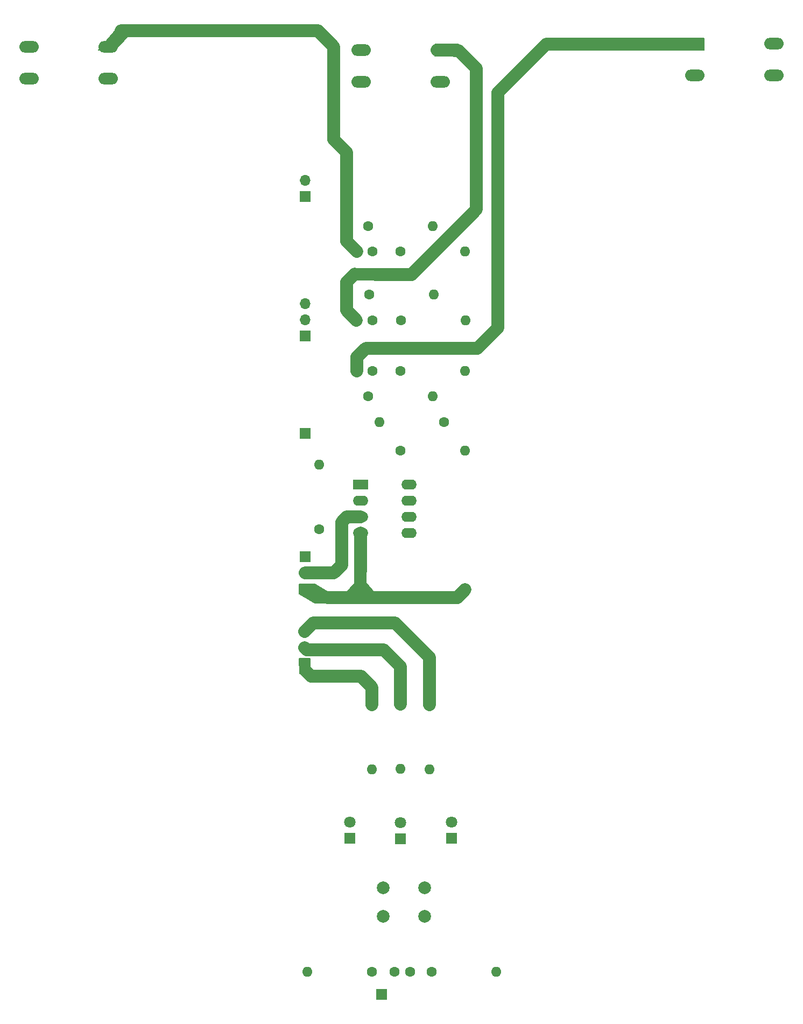
<source format=gbr>
%TF.GenerationSoftware,KiCad,Pcbnew,(6.0.2)*%
%TF.CreationDate,2023-10-08T18:38:51+02:00*%
%TF.ProjectId,kierownica,6b696572-6f77-46e6-9963-612e6b696361,rev?*%
%TF.SameCoordinates,Original*%
%TF.FileFunction,Copper,L1,Top*%
%TF.FilePolarity,Positive*%
%FSLAX46Y46*%
G04 Gerber Fmt 4.6, Leading zero omitted, Abs format (unit mm)*
G04 Created by KiCad (PCBNEW (6.0.2)) date 2023-10-08 18:38:51*
%MOMM*%
%LPD*%
G01*
G04 APERTURE LIST*
%TA.AperFunction,NonConductor*%
%ADD10C,0.200000*%
%TD*%
%TA.AperFunction,NonConductor*%
%ADD11C,0.150000*%
%TD*%
%TA.AperFunction,ComponentPad*%
%ADD12C,2.000000*%
%TD*%
%TA.AperFunction,ComponentPad*%
%ADD13C,1.600000*%
%TD*%
%TA.AperFunction,ComponentPad*%
%ADD14O,1.600000X1.600000*%
%TD*%
%TA.AperFunction,ComponentPad*%
%ADD15R,1.700000X1.700000*%
%TD*%
%TA.AperFunction,ComponentPad*%
%ADD16O,3.048000X1.850000*%
%TD*%
%TA.AperFunction,ComponentPad*%
%ADD17O,1.700000X1.700000*%
%TD*%
%TA.AperFunction,ComponentPad*%
%ADD18R,1.800000X1.800000*%
%TD*%
%TA.AperFunction,ComponentPad*%
%ADD19C,1.800000*%
%TD*%
%TA.AperFunction,ComponentPad*%
%ADD20R,2.400000X1.600000*%
%TD*%
%TA.AperFunction,ComponentPad*%
%ADD21O,2.400000X1.600000*%
%TD*%
%TA.AperFunction,ViaPad*%
%ADD22C,1.600000*%
%TD*%
%TA.AperFunction,Conductor*%
%ADD23C,2.000000*%
%TD*%
G04 APERTURE END LIST*
D10*
X151860000Y-102900000D02*
X146860000Y-102900000D01*
X146860000Y-102900000D02*
X146860000Y-104700000D01*
X146860000Y-104700000D02*
X151860000Y-104700000D01*
X151860000Y-104700000D02*
X151860000Y-102900000D01*
G36*
X151860000Y-102900000D02*
G01*
X146860000Y-102900000D01*
X146860000Y-104700000D01*
X151860000Y-104700000D01*
X151860000Y-102900000D01*
G37*
X159920000Y-67610000D02*
X163580000Y-67610000D01*
X163580000Y-67610000D02*
X163580000Y-69490000D01*
X163580000Y-69490000D02*
X159920000Y-69490000D01*
X159920000Y-69490000D02*
X159920000Y-67610000D01*
G36*
X159920000Y-67610000D02*
G01*
X163580000Y-67610000D01*
X163580000Y-69490000D01*
X159920000Y-69490000D01*
X159920000Y-67610000D01*
G37*
X140240000Y-164180000D02*
X140240000Y-166650000D01*
X140240000Y-166650000D02*
X138590000Y-166530000D01*
X138590000Y-166530000D02*
X138520000Y-164170000D01*
X138520000Y-164170000D02*
X140240000Y-164180000D01*
G36*
X140240000Y-164180000D02*
G01*
X140240000Y-166650000D01*
X138590000Y-166530000D01*
X138520000Y-164170000D01*
X140240000Y-164180000D01*
G37*
X140240000Y-164180000D02*
X140240000Y-166650000D01*
X138590000Y-166530000D01*
X138520000Y-164170000D01*
X140240000Y-164180000D01*
X150796447Y-154349746D02*
X145496447Y-154349746D01*
X145496447Y-154349746D02*
X148196447Y-151349746D01*
X148196447Y-151349746D02*
X150796447Y-154349746D01*
G36*
X150796447Y-154349746D02*
G01*
X145496447Y-154349746D01*
X148196447Y-151349746D01*
X150796447Y-154349746D01*
G37*
X150796447Y-154349746D02*
X145496447Y-154349746D01*
X148196447Y-151349746D01*
X150796447Y-154349746D01*
D11*
X143500000Y-154000000D02*
X143500000Y-155500000D01*
X143500000Y-155500000D02*
X141000000Y-155500000D01*
X141000000Y-155500000D02*
X138500000Y-154000000D01*
X138500000Y-154000000D02*
X138500000Y-152500000D01*
X138500000Y-152500000D02*
X141000000Y-152500000D01*
X141000000Y-152500000D02*
X143500000Y-154000000D01*
G36*
X143500000Y-154000000D02*
G01*
X143500000Y-155500000D01*
X141000000Y-155500000D01*
X138500000Y-154000000D01*
X138500000Y-152500000D01*
X141000000Y-152500000D01*
X143500000Y-154000000D01*
G37*
X143500000Y-154000000D02*
X143500000Y-155500000D01*
X141000000Y-155500000D01*
X138500000Y-154000000D01*
X138500000Y-152500000D01*
X141000000Y-152500000D01*
X143500000Y-154000000D01*
D10*
X196600000Y-66690000D02*
X202200000Y-66690000D01*
X202200000Y-66690000D02*
X202200000Y-68490000D01*
X202200000Y-68490000D02*
X196600000Y-68490000D01*
X196600000Y-68490000D02*
X196600000Y-66690000D01*
G36*
X196600000Y-66690000D02*
G01*
X202200000Y-66690000D01*
X202200000Y-68490000D01*
X196600000Y-68490000D01*
X196600000Y-66690000D01*
G37*
X147275000Y-149475000D02*
X149075000Y-149475000D01*
X149075000Y-149475000D02*
X149075000Y-154625000D01*
X149075000Y-154625000D02*
X147275000Y-154625000D01*
X147275000Y-154625000D02*
X147275000Y-149475000D01*
G36*
X147275000Y-149475000D02*
G01*
X149075000Y-149475000D01*
X149075000Y-154625000D01*
X147275000Y-154625000D01*
X147275000Y-149475000D01*
G37*
X109500000Y-68500000D02*
X107000000Y-68500000D01*
X107000000Y-68500000D02*
X110000000Y-65000000D01*
X110000000Y-65000000D02*
X113000000Y-65000000D01*
X113000000Y-65000000D02*
X109500000Y-68500000D01*
G36*
X109500000Y-68500000D02*
G01*
X107000000Y-68500000D01*
X110000000Y-65000000D01*
X113000000Y-65000000D01*
X109500000Y-68500000D01*
G37*
X109500000Y-68500000D02*
X107000000Y-68500000D01*
X110000000Y-65000000D01*
X113000000Y-65000000D01*
X109500000Y-68500000D01*
D12*
%TO.P,SW3,1,1*%
%TO.N,GND*%
X151750000Y-200250000D03*
X158250000Y-200250000D03*
%TO.P,SW3,2,2*%
%TO.N,unconnected-(SW3-Pad2)*%
X151750000Y-204750000D03*
X158250000Y-204750000D03*
%TD*%
D13*
%TO.P,R2,1*%
%TO.N,Net-(C1-Pad2)*%
X154500000Y-119000000D03*
D14*
%TO.P,R2,2*%
%TO.N,GND*%
X164660000Y-119000000D03*
%TD*%
D15*
%TO.P,J1,1,Pin_1*%
%TO.N,Net-(C4-Pad1)*%
X151500000Y-217000000D03*
%TD*%
D13*
%TO.P,R6,1*%
%TO.N,Net-(C3-Pad2)*%
X154500000Y-100200000D03*
D14*
%TO.P,R6,2*%
%TO.N,GND*%
X164660000Y-100200000D03*
%TD*%
D16*
%TO.P,SW4,1,1*%
%TO.N,GND*%
X160760000Y-68500000D03*
X148260000Y-68500000D03*
%TO.P,SW4,2,2*%
%TO.N,unconnected-(SW4-Pad2)*%
X148260000Y-73500000D03*
X160760000Y-73500000D03*
%TD*%
D13*
%TO.P,R10,1*%
%TO.N,Net-(J3-Pad2)*%
X154500000Y-171420000D03*
D14*
%TO.P,R10,2*%
%TO.N,Net-(D2-Pad2)*%
X154500000Y-181580000D03*
%TD*%
D13*
%TO.P,R3,1*%
%TO.N,Net-(C2-Pad1)*%
X149520000Y-107000000D03*
D14*
%TO.P,R3,2*%
%TO.N,+3V3*%
X159680000Y-107000000D03*
%TD*%
D15*
%TO.P,J3,1,Pin_1*%
%TO.N,Net-(J3-Pad1)*%
X139375000Y-165025000D03*
D17*
%TO.P,J3,2,Pin_2*%
%TO.N,Net-(J3-Pad2)*%
X139375000Y-162485000D03*
%TO.P,J3,3,Pin_3*%
%TO.N,Net-(J3-Pad3)*%
X139375000Y-159945000D03*
%TD*%
D15*
%TO.P,J2,1,Pin_1*%
%TO.N,Net-(C1-Pad1)*%
X139500000Y-113500000D03*
D17*
%TO.P,J2,2,Pin_2*%
%TO.N,Net-(C2-Pad1)*%
X139500000Y-110960000D03*
%TO.P,J2,3,Pin_3*%
%TO.N,Net-(C3-Pad1)*%
X139500000Y-108420000D03*
%TD*%
D13*
%TO.P,R13,1*%
%TO.N,Net-(R12-Pad2)*%
X154420000Y-131500000D03*
D14*
%TO.P,R13,2*%
%TO.N,GND*%
X164580000Y-131500000D03*
%TD*%
D13*
%TO.P,R14,1*%
%TO.N,+3V3*%
X141710000Y-143870000D03*
D14*
%TO.P,R14,2*%
%TO.N,Net-(J6-Pad1)*%
X141710000Y-133710000D03*
%TD*%
D13*
%TO.P,R9,1*%
%TO.N,Net-(J3-Pad1)*%
X150000000Y-171500000D03*
D14*
%TO.P,R9,2*%
%TO.N,Net-(D1-Pad2)*%
X150000000Y-181660000D03*
%TD*%
D13*
%TO.P,C3,1*%
%TO.N,Net-(C3-Pad1)*%
X147580000Y-100200000D03*
%TO.P,C3,2*%
%TO.N,Net-(C3-Pad2)*%
X150080000Y-100200000D03*
%TD*%
D16*
%TO.P,SW1,1,1*%
%TO.N,GND*%
X108500000Y-68000000D03*
X96000000Y-68000000D03*
%TO.P,SW1,2,2*%
%TO.N,unconnected-(SW1-Pad2)*%
X108500000Y-73000000D03*
X96000000Y-73000000D03*
%TD*%
D18*
%TO.P,D1,1,K*%
%TO.N,GND*%
X146500000Y-192500000D03*
D19*
%TO.P,D1,2,A*%
%TO.N,Net-(D1-Pad2)*%
X146500000Y-189960000D03*
%TD*%
D13*
%TO.P,R11,1*%
%TO.N,Net-(J3-Pad3)*%
X159000000Y-171500000D03*
D14*
%TO.P,R11,2*%
%TO.N,Net-(D3-Pad2)*%
X159000000Y-181660000D03*
%TD*%
D20*
%TO.P,U1,1*%
%TO.N,Net-(J6-Pad1)*%
X148175000Y-136880000D03*
D21*
%TO.P,U1,2,-*%
%TO.N,Net-(R12-Pad2)*%
X148175000Y-139420000D03*
%TO.P,U1,3,+*%
%TO.N,Net-(J4-Pad2)*%
X148175000Y-141960000D03*
%TO.P,U1,4*%
%TO.N,N/C*%
X148175000Y-144500000D03*
%TO.P,U1,5*%
X155795000Y-144500000D03*
%TO.P,U1,6*%
X155795000Y-141960000D03*
%TO.P,U1,7*%
X155795000Y-139420000D03*
%TO.P,U1,8*%
X155795000Y-136880000D03*
%TD*%
D13*
%TO.P,R5,1*%
%TO.N,Net-(C3-Pad1)*%
X149420000Y-96200000D03*
D14*
%TO.P,R5,2*%
%TO.N,+3V3*%
X159580000Y-96200000D03*
%TD*%
D15*
%TO.P,J4,1,Pin_1*%
%TO.N,+3V3*%
X139500000Y-148200000D03*
D17*
%TO.P,J4,2,Pin_2*%
%TO.N,Net-(J4-Pad2)*%
X139500000Y-150740000D03*
%TO.P,J4,3,Pin_3*%
%TO.N,GND*%
X139500000Y-153280000D03*
%TD*%
D13*
%TO.P,R12,1*%
%TO.N,+3V3*%
X161280000Y-127000000D03*
D14*
%TO.P,R12,2*%
%TO.N,Net-(R12-Pad2)*%
X151120000Y-127000000D03*
%TD*%
D13*
%TO.P,C4,1*%
%TO.N,Net-(C4-Pad1)*%
X153500000Y-213500000D03*
%TO.P,C4,2*%
%TO.N,Net-(C4-Pad2)*%
X156000000Y-213500000D03*
%TD*%
%TO.P,C1,1*%
%TO.N,Net-(C1-Pad1)*%
X147580000Y-119000000D03*
%TO.P,C1,2*%
%TO.N,Net-(C1-Pad2)*%
X150080000Y-119000000D03*
%TD*%
%TO.P,R7,1*%
%TO.N,Net-(C4-Pad1)*%
X150000000Y-213500000D03*
D14*
%TO.P,R7,2*%
%TO.N,+3V3*%
X139840000Y-213500000D03*
%TD*%
D15*
%TO.P,J6,1,Pin_1*%
%TO.N,Net-(J6-Pad1)*%
X139500000Y-128800000D03*
%TD*%
D18*
%TO.P,D3,1,K*%
%TO.N,GND*%
X162500000Y-192500000D03*
D19*
%TO.P,D3,2,A*%
%TO.N,Net-(D3-Pad2)*%
X162500000Y-189960000D03*
%TD*%
D16*
%TO.P,SW2,1,1*%
%TO.N,GND*%
X213260000Y-67500000D03*
X200760000Y-67500000D03*
%TO.P,SW2,2,2*%
%TO.N,unconnected-(SW2-Pad2)*%
X200760000Y-72500000D03*
X213260000Y-72500000D03*
%TD*%
D13*
%TO.P,C2,1*%
%TO.N,Net-(C2-Pad1)*%
X147550000Y-111000000D03*
%TO.P,C2,2*%
%TO.N,Net-(C2-Pad2)*%
X150050000Y-111000000D03*
%TD*%
%TO.P,R4,1*%
%TO.N,Net-(C2-Pad2)*%
X154520000Y-111000000D03*
D14*
%TO.P,R4,2*%
%TO.N,GND*%
X164680000Y-111000000D03*
%TD*%
D13*
%TO.P,R8,1*%
%TO.N,Net-(C4-Pad2)*%
X159370000Y-213450000D03*
D14*
%TO.P,R8,2*%
%TO.N,GND*%
X169530000Y-213450000D03*
%TD*%
D18*
%TO.P,D2,1,K*%
%TO.N,GND*%
X154500000Y-192520000D03*
D19*
%TO.P,D2,2,A*%
%TO.N,Net-(D2-Pad2)*%
X154500000Y-189980000D03*
%TD*%
D15*
%TO.P,J5,1,Pin_1*%
%TO.N,+3V3*%
X139500000Y-91540000D03*
D17*
%TO.P,J5,2,Pin_2*%
%TO.N,GND*%
X139500000Y-89000000D03*
%TD*%
D13*
%TO.P,R1,1*%
%TO.N,Net-(C1-Pad1)*%
X149420000Y-123000000D03*
D14*
%TO.P,R1,2*%
%TO.N,+3V3*%
X159580000Y-123000000D03*
%TD*%
D22*
%TO.N,GND*%
X164660000Y-153315000D03*
%TD*%
D23*
%TO.N,*%
X148175000Y-144500000D02*
X148175000Y-150450000D01*
%TO.N,Net-(C1-Pad1)*%
X147580000Y-119000000D02*
X147580000Y-116820000D01*
X177400000Y-67600000D02*
X197200000Y-67600000D01*
X169800000Y-75200000D02*
X177400000Y-67600000D01*
X166600000Y-115400000D02*
X169800000Y-112200000D01*
X147580000Y-116820000D02*
X149000000Y-115400000D01*
X149000000Y-115400000D02*
X166600000Y-115400000D01*
X169800000Y-112200000D02*
X169800000Y-75200000D01*
%TO.N,Net-(C2-Pad1)*%
X146000000Y-105000000D02*
X147280000Y-103720000D01*
X146000000Y-109450000D02*
X146000000Y-105000000D01*
X147550000Y-111000000D02*
X146000000Y-109450000D01*
%TO.N,Net-(C3-Pad1)*%
X144000000Y-68000000D02*
X144000000Y-82600000D01*
X146000000Y-84600000D02*
X146000000Y-98620000D01*
X146000000Y-98620000D02*
X147580000Y-100200000D01*
X110500000Y-65500000D02*
X141500000Y-65500000D01*
X141500000Y-65500000D02*
X144000000Y-68000000D01*
X144000000Y-82600000D02*
X146000000Y-84600000D01*
%TO.N,GND*%
X143020000Y-154600000D02*
X163425000Y-154600000D01*
X163425000Y-154600000D02*
X164650000Y-153375000D01*
X156200000Y-103800000D02*
X166400000Y-93600000D01*
X166400000Y-93600000D02*
X166400000Y-71400000D01*
X150600000Y-103800000D02*
X156200000Y-103800000D01*
X163600000Y-68600000D02*
X162983520Y-68600000D01*
X166400000Y-71400000D02*
X163600000Y-68600000D01*
%TO.N,Net-(J3-Pad2)*%
X151860000Y-162860000D02*
X154500000Y-165500000D01*
X139375000Y-162485000D02*
X139750000Y-162860000D01*
X139750000Y-162860000D02*
X151860000Y-162860000D01*
X154500000Y-165500000D02*
X154500000Y-171420000D01*
%TO.N,Net-(J3-Pad1)*%
X140390000Y-167000000D02*
X148250000Y-167000000D01*
X148250000Y-167000000D02*
X150000000Y-168750000D01*
X150000000Y-168750000D02*
X150000000Y-171500000D01*
X139530000Y-166140000D02*
X140390000Y-167000000D01*
%TO.N,Net-(J3-Pad3)*%
X158000000Y-163000000D02*
X159000000Y-164000000D01*
X139375000Y-159945000D02*
X140720000Y-158600000D01*
X153600000Y-158600000D02*
X159000000Y-164000000D01*
X140720000Y-158600000D02*
X153600000Y-158600000D01*
X159000000Y-164000000D02*
X159000000Y-171500000D01*
%TO.N,Net-(J4-Pad2)*%
X148175000Y-141960000D02*
X145970000Y-141960000D01*
X145970000Y-141960000D02*
X145190000Y-142740000D01*
X143980000Y-150740000D02*
X139500000Y-150740000D01*
X145190000Y-142740000D02*
X145190000Y-149530000D01*
X145190000Y-149530000D02*
X143980000Y-150740000D01*
%TD*%
M02*

</source>
